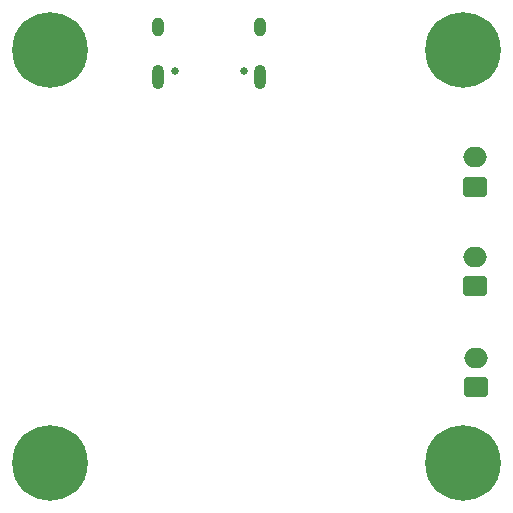
<source format=gbr>
%TF.GenerationSoftware,KiCad,Pcbnew,8.0.8*%
%TF.CreationDate,2025-04-07T17:04:07+02:00*%
%TF.ProjectId,Schematics_batterie,53636865-6d61-4746-9963-735f62617474,rev?*%
%TF.SameCoordinates,Original*%
%TF.FileFunction,Soldermask,Bot*%
%TF.FilePolarity,Negative*%
%FSLAX46Y46*%
G04 Gerber Fmt 4.6, Leading zero omitted, Abs format (unit mm)*
G04 Created by KiCad (PCBNEW 8.0.8) date 2025-04-07 17:04:07*
%MOMM*%
%LPD*%
G01*
G04 APERTURE LIST*
G04 Aperture macros list*
%AMRoundRect*
0 Rectangle with rounded corners*
0 $1 Rounding radius*
0 $2 $3 $4 $5 $6 $7 $8 $9 X,Y pos of 4 corners*
0 Add a 4 corners polygon primitive as box body*
4,1,4,$2,$3,$4,$5,$6,$7,$8,$9,$2,$3,0*
0 Add four circle primitives for the rounded corners*
1,1,$1+$1,$2,$3*
1,1,$1+$1,$4,$5*
1,1,$1+$1,$6,$7*
1,1,$1+$1,$8,$9*
0 Add four rect primitives between the rounded corners*
20,1,$1+$1,$2,$3,$4,$5,0*
20,1,$1+$1,$4,$5,$6,$7,0*
20,1,$1+$1,$6,$7,$8,$9,0*
20,1,$1+$1,$8,$9,$2,$3,0*%
G04 Aperture macros list end*
%ADD10C,0.650000*%
%ADD11O,1.000000X2.100000*%
%ADD12O,1.000000X1.600000*%
%ADD13C,0.800000*%
%ADD14C,6.400000*%
%ADD15RoundRect,0.250000X0.750000X-0.600000X0.750000X0.600000X-0.750000X0.600000X-0.750000X-0.600000X0*%
%ADD16O,2.000000X1.700000*%
G04 APERTURE END LIST*
D10*
%TO.C,J1*%
X126390000Y-51780000D03*
X120610000Y-51780000D03*
D11*
X127820000Y-52280000D03*
D12*
X127820000Y-48100000D03*
D11*
X119180000Y-52280000D03*
D12*
X119180000Y-48100000D03*
%TD*%
D13*
%TO.C,H4*%
X107600000Y-85000000D03*
X108302944Y-83302944D03*
X108302944Y-86697056D03*
X110000000Y-82600000D03*
D14*
X110000000Y-85000000D03*
D13*
X110000000Y-87400000D03*
X111697056Y-83302944D03*
X111697056Y-86697056D03*
X112400000Y-85000000D03*
%TD*%
D15*
%TO.C,J5*%
X146000000Y-70050000D03*
D16*
X146000000Y-67550000D03*
%TD*%
D13*
%TO.C,H3*%
X142600000Y-85000000D03*
X143302944Y-83302944D03*
X143302944Y-86697056D03*
X145000000Y-82600000D03*
D14*
X145000000Y-85000000D03*
D13*
X145000000Y-87400000D03*
X146697056Y-83302944D03*
X146697056Y-86697056D03*
X147400000Y-85000000D03*
%TD*%
%TO.C,H2*%
X107600000Y-50000000D03*
X108302944Y-48302944D03*
X108302944Y-51697056D03*
X110000000Y-47600000D03*
D14*
X110000000Y-50000000D03*
D13*
X110000000Y-52400000D03*
X111697056Y-48302944D03*
X111697056Y-51697056D03*
X112400000Y-50000000D03*
%TD*%
D15*
%TO.C,J2*%
X146075000Y-78600000D03*
D16*
X146075000Y-76100000D03*
%TD*%
D15*
%TO.C,J3*%
X146000000Y-61600000D03*
D16*
X146000000Y-59100000D03*
%TD*%
D13*
%TO.C,H1*%
X142600000Y-50000000D03*
X143302944Y-48302944D03*
X143302944Y-51697056D03*
X145000000Y-47600000D03*
D14*
X145000000Y-50000000D03*
D13*
X145000000Y-52400000D03*
X146697056Y-48302944D03*
X146697056Y-51697056D03*
X147400000Y-50000000D03*
%TD*%
M02*

</source>
